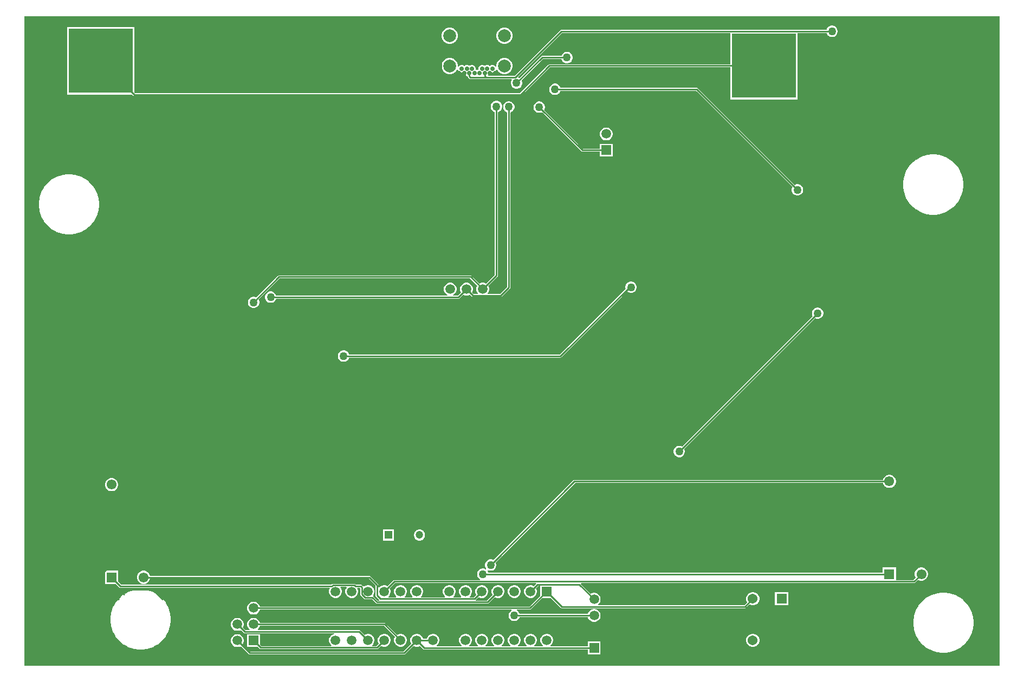
<source format=gbl>
G04*
G04 #@! TF.GenerationSoftware,Altium Limited,Altium Designer,22.11.1 (43)*
G04*
G04 Layer_Physical_Order=2*
G04 Layer_Color=16711680*
%FSLAX25Y25*%
%MOIN*%
G70*
G04*
G04 #@! TF.SameCoordinates,C3DCF227-2B7A-40B4-8179-D348CCFE8E73*
G04*
G04*
G04 #@! TF.FilePolarity,Positive*
G04*
G01*
G75*
%ADD10C,0.01000*%
%ADD31R,0.05906X0.05906*%
%ADD55C,0.06063*%
%ADD56R,0.06063X0.06063*%
G04:AMPARAMS|DCode=58|XSize=94.49mil|YSize=196.85mil|CornerRadius=47.24mil|HoleSize=0mil|Usage=FLASHONLY|Rotation=0.000|XOffset=0mil|YOffset=0mil|HoleType=Round|Shape=RoundedRectangle|*
%AMROUNDEDRECTD58*
21,1,0.09449,0.10236,0,0,0.0*
21,1,0.00000,0.19685,0,0,0.0*
1,1,0.09449,0.00000,-0.05118*
1,1,0.09449,0.00000,-0.05118*
1,1,0.09449,0.00000,0.05118*
1,1,0.09449,0.00000,0.05118*
%
%ADD58ROUNDEDRECTD58*%
%ADD59C,0.06102*%
%ADD60R,0.06102X0.06102*%
%ADD64C,0.05906*%
%ADD65C,0.02756*%
%ADD66C,0.07913*%
%ADD67R,0.05906X0.05906*%
%ADD68R,0.39370X0.39370*%
%ADD69R,0.04724X0.04724*%
%ADD70C,0.04724*%
%ADD71C,0.05000*%
G36*
X700000Y100000D02*
X100000D01*
Y500000D01*
X700000D01*
Y100000D01*
D02*
G37*
%LPC*%
G36*
X395964Y492996D02*
X394659D01*
X393398Y492658D01*
X392268Y492006D01*
X391345Y491083D01*
X390692Y489953D01*
X390354Y488692D01*
Y487387D01*
X390692Y486126D01*
X391345Y484996D01*
X392268Y484073D01*
X393398Y483421D01*
X394659Y483083D01*
X395964D01*
X397224Y483421D01*
X398355Y484073D01*
X399277Y484996D01*
X399930Y486126D01*
X400268Y487387D01*
Y488692D01*
X399930Y489953D01*
X399277Y491083D01*
X398355Y492006D01*
X397224Y492658D01*
X395964Y492996D01*
D02*
G37*
G36*
X362342D02*
X361036D01*
X359776Y492658D01*
X358646Y492006D01*
X357723Y491083D01*
X357070Y489953D01*
X356732Y488692D01*
Y487387D01*
X357070Y486126D01*
X357723Y484996D01*
X358646Y484073D01*
X359776Y483421D01*
X361036Y483083D01*
X362342D01*
X363602Y483421D01*
X364733Y484073D01*
X365655Y484996D01*
X366308Y486126D01*
X366646Y487387D01*
Y488692D01*
X366308Y489953D01*
X365655Y491083D01*
X364733Y492006D01*
X363602Y492658D01*
X362342Y492996D01*
D02*
G37*
G36*
X597361Y494200D02*
X596439D01*
X595549Y493961D01*
X594751Y493501D01*
X594099Y492849D01*
X593639Y492051D01*
X593521Y491611D01*
X430468D01*
X430119Y491542D01*
X429824Y491344D01*
X401695Y463216D01*
X385567D01*
X385312Y463716D01*
X385602Y464417D01*
Y465363D01*
X385588Y465398D01*
X386146Y465630D01*
X386374Y465858D01*
X386602Y465630D01*
X387476Y465268D01*
X388422D01*
X389296Y465630D01*
X389965Y466299D01*
X390318Y467152D01*
X390416Y467190D01*
X390827Y467271D01*
X391345Y466374D01*
X392268Y465451D01*
X393398Y464798D01*
X394659Y464461D01*
X395964D01*
X397224Y464798D01*
X398355Y465451D01*
X399277Y466374D01*
X399930Y467504D01*
X400268Y468765D01*
Y470070D01*
X399930Y471330D01*
X399277Y472461D01*
X398355Y473384D01*
X397224Y474036D01*
X395964Y474374D01*
X394659D01*
X393398Y474036D01*
X392268Y473384D01*
X391345Y472461D01*
X390692Y471330D01*
X390354Y470070D01*
Y469259D01*
X389855Y469103D01*
X389296Y469662D01*
X388422Y470023D01*
X387476D01*
X386602Y469662D01*
X386374Y469434D01*
X386146Y469662D01*
X385272Y470023D01*
X384326D01*
X383452Y469662D01*
X383224Y469434D01*
X382997Y469662D01*
X382123Y470023D01*
X381177D01*
X380303Y469662D01*
X379634Y468993D01*
X379272Y468119D01*
Y467173D01*
X379286Y467137D01*
X378728Y466906D01*
X378500Y466678D01*
X378272Y466906D01*
X377714Y467137D01*
X377728Y467173D01*
Y468119D01*
X377366Y468993D01*
X376697Y469662D01*
X375823Y470023D01*
X374877D01*
X374003Y469662D01*
X373776Y469434D01*
X373548Y469662D01*
X372674Y470023D01*
X371728D01*
X370854Y469662D01*
X370626Y469434D01*
X370398Y469662D01*
X369524Y470023D01*
X368578D01*
X367704Y469662D01*
X367146Y469103D01*
X366646Y469259D01*
Y470070D01*
X366308Y471330D01*
X365655Y472461D01*
X364733Y473384D01*
X363602Y474036D01*
X362342Y474374D01*
X361036D01*
X359776Y474036D01*
X358646Y473384D01*
X357723Y472461D01*
X357070Y471330D01*
X356732Y470070D01*
Y468765D01*
X357070Y467504D01*
X357723Y466374D01*
X358646Y465451D01*
X359776Y464798D01*
X361036Y464461D01*
X362342D01*
X363602Y464798D01*
X364733Y465451D01*
X365655Y466374D01*
X366173Y467271D01*
X366584Y467190D01*
X366682Y467152D01*
X367035Y466299D01*
X367704Y465630D01*
X368578Y465268D01*
X369524D01*
X370398Y465630D01*
X370626Y465858D01*
X370854Y465630D01*
X371412Y465398D01*
X371398Y465363D01*
Y464417D01*
X371760Y463543D01*
X372429Y462874D01*
X372931Y462666D01*
X372934Y462651D01*
X373131Y462356D01*
X373827Y461660D01*
X374122Y461463D01*
X374471Y461394D01*
X399690D01*
X399909Y460894D01*
X399538Y460251D01*
X399300Y459361D01*
Y458439D01*
X399538Y457549D01*
X399999Y456751D01*
X400651Y456099D01*
X401449Y455639D01*
X402339Y455400D01*
X403261D01*
X404151Y455639D01*
X404949Y456099D01*
X405601Y456751D01*
X406062Y457549D01*
X406300Y458439D01*
Y459361D01*
X406062Y460251D01*
X405834Y460645D01*
X418877Y473689D01*
X430421D01*
X430539Y473249D01*
X430999Y472451D01*
X431651Y471799D01*
X432449Y471339D01*
X433339Y471100D01*
X434261D01*
X435151Y471339D01*
X435949Y471799D01*
X436601Y472451D01*
X437062Y473249D01*
X437300Y474139D01*
Y475061D01*
X437062Y475951D01*
X436601Y476749D01*
X435949Y477401D01*
X435151Y477861D01*
X434261Y478100D01*
X433339D01*
X432449Y477861D01*
X431651Y477401D01*
X430999Y476749D01*
X430539Y475951D01*
X430421Y475511D01*
X418500D01*
X418151Y475442D01*
X417856Y475244D01*
X404545Y461934D01*
X404151Y462161D01*
X403898Y462229D01*
X403769Y462712D01*
X430845Y489789D01*
X534315D01*
Y470411D01*
X422900D01*
X422551Y470342D01*
X422256Y470144D01*
X404823Y452711D01*
X168077D01*
X167685Y453104D01*
Y493185D01*
X126315D01*
Y451815D01*
X166396D01*
X167056Y451156D01*
X167351Y450958D01*
X167700Y450889D01*
X405200D01*
X405549Y450958D01*
X405844Y451156D01*
X423277Y468589D01*
X534315D01*
Y448815D01*
X575685D01*
Y489789D01*
X593521D01*
X593639Y489349D01*
X594099Y488551D01*
X594751Y487899D01*
X595549Y487438D01*
X596439Y487200D01*
X597361D01*
X598251Y487438D01*
X599049Y487899D01*
X599701Y488551D01*
X600162Y489349D01*
X600400Y490239D01*
Y491161D01*
X600162Y492051D01*
X599701Y492849D01*
X599049Y493501D01*
X598251Y493961D01*
X597361Y494200D01*
D02*
G37*
G36*
X458520Y431453D02*
X457480D01*
X456474Y431183D01*
X455573Y430663D01*
X454837Y429927D01*
X454317Y429026D01*
X454047Y428020D01*
Y426980D01*
X454317Y425974D01*
X454837Y425073D01*
X455573Y424337D01*
X456474Y423817D01*
X457480Y423547D01*
X458520D01*
X459526Y423817D01*
X460427Y424337D01*
X461163Y425073D01*
X461683Y425974D01*
X461953Y426980D01*
Y428020D01*
X461683Y429026D01*
X461163Y429927D01*
X460427Y430663D01*
X459526Y431183D01*
X458520Y431453D01*
D02*
G37*
G36*
X660259Y414857D02*
X657964D01*
X657898Y414844D01*
X657831Y414849D01*
X655555Y414549D01*
X655492Y414528D01*
X655424Y414523D01*
X653208Y413929D01*
X653147Y413900D01*
X653082Y413886D01*
X650961Y413008D01*
X650905Y412971D01*
X650842Y412949D01*
X648854Y411802D01*
X648804Y411757D01*
X648743Y411728D01*
X646922Y410330D01*
X646878Y410280D01*
X646822Y410243D01*
X645199Y408620D01*
X645162Y408564D01*
X645112Y408520D01*
X643714Y406699D01*
X643685Y406638D01*
X643640Y406588D01*
X642493Y404600D01*
X642471Y404537D01*
X642434Y404481D01*
X641556Y402360D01*
X641542Y402294D01*
X641513Y402234D01*
X640919Y400017D01*
X640914Y399950D01*
X640893Y399887D01*
X640593Y397611D01*
X640598Y397544D01*
X640585Y397478D01*
Y395183D01*
X640598Y395117D01*
X640593Y395050D01*
X640893Y392775D01*
X640914Y392711D01*
X640919Y392644D01*
X641513Y390427D01*
X641542Y390367D01*
X641556Y390301D01*
X642434Y388181D01*
X642471Y388125D01*
X642493Y388061D01*
X643640Y386074D01*
X643685Y386023D01*
X643714Y385963D01*
X645112Y384142D01*
X645162Y384098D01*
X645199Y384042D01*
X646822Y382419D01*
X646878Y382382D01*
X646922Y382331D01*
X648743Y380934D01*
X648804Y380904D01*
X648854Y380860D01*
X650842Y379712D01*
X650905Y379691D01*
X650961Y379653D01*
X653082Y378775D01*
X653147Y378762D01*
X653208Y378732D01*
X655424Y378138D01*
X655492Y378134D01*
X655555Y378112D01*
X657831Y377813D01*
X657898Y377817D01*
X657964Y377804D01*
X660259D01*
X660325Y377817D01*
X660392Y377813D01*
X662667Y378112D01*
X662731Y378134D01*
X662798Y378138D01*
X665015Y378732D01*
X665075Y378762D01*
X665141Y378775D01*
X667261Y379653D01*
X667317Y379691D01*
X667381Y379712D01*
X669368Y380860D01*
X669419Y380904D01*
X669479Y380934D01*
X671300Y382331D01*
X671344Y382382D01*
X671400Y382419D01*
X673023Y384042D01*
X673060Y384098D01*
X673111Y384142D01*
X674508Y385963D01*
X674538Y386023D01*
X674582Y386074D01*
X675730Y388061D01*
X675751Y388125D01*
X675788Y388181D01*
X676667Y390301D01*
X676680Y390367D01*
X676710Y390427D01*
X677304Y392644D01*
X677308Y392711D01*
X677330Y392775D01*
X677629Y395050D01*
X677625Y395117D01*
X677638Y395183D01*
Y397478D01*
X677625Y397544D01*
X677629Y397611D01*
X677330Y399887D01*
X677308Y399950D01*
X677304Y400017D01*
X676710Y402234D01*
X676680Y402294D01*
X676667Y402360D01*
X675788Y404481D01*
X675751Y404537D01*
X675730Y404600D01*
X674582Y406588D01*
X674538Y406638D01*
X674508Y406699D01*
X673111Y408520D01*
X673060Y408564D01*
X673023Y408620D01*
X671400Y410243D01*
X671344Y410280D01*
X671300Y410330D01*
X669479Y411728D01*
X669419Y411757D01*
X669368Y411802D01*
X667381Y412949D01*
X667317Y412971D01*
X667261Y413008D01*
X665141Y413886D01*
X665075Y413900D01*
X665015Y413929D01*
X662798Y414523D01*
X662731Y414528D01*
X662667Y414549D01*
X660392Y414849D01*
X660325Y414844D01*
X660259Y414857D01*
D02*
G37*
G36*
X417161Y447500D02*
X416239D01*
X415349Y447261D01*
X414551Y446801D01*
X413899Y446149D01*
X413439Y445351D01*
X413200Y444461D01*
Y443539D01*
X413439Y442649D01*
X413899Y441851D01*
X414551Y441199D01*
X415349Y440738D01*
X416239Y440500D01*
X417161D01*
X418051Y440738D01*
X418445Y440966D01*
X442556Y416856D01*
X442851Y416658D01*
X443200Y416589D01*
X454047D01*
Y413547D01*
X461953D01*
Y421453D01*
X454047D01*
Y418411D01*
X443577D01*
X419734Y442255D01*
X419962Y442649D01*
X420200Y443539D01*
Y444461D01*
X419962Y445351D01*
X419501Y446149D01*
X418849Y446801D01*
X418051Y447261D01*
X417161Y447500D01*
D02*
G37*
G36*
X128566Y402701D02*
X126271D01*
X126205Y402688D01*
X126138Y402692D01*
X123863Y402392D01*
X123799Y402371D01*
X123732Y402366D01*
X121515Y401772D01*
X121455Y401743D01*
X121389Y401729D01*
X119269Y400851D01*
X119212Y400814D01*
X119149Y400792D01*
X117161Y399645D01*
X117111Y399601D01*
X117051Y399571D01*
X115230Y398174D01*
X115185Y398123D01*
X115129Y398086D01*
X113507Y396463D01*
X113469Y396407D01*
X113419Y396363D01*
X112022Y394542D01*
X111992Y394482D01*
X111948Y394431D01*
X110800Y392444D01*
X110778Y392380D01*
X110741Y392324D01*
X109863Y390204D01*
X109850Y390138D01*
X109820Y390077D01*
X109226Y387861D01*
X109222Y387793D01*
X109200Y387730D01*
X108900Y385455D01*
X108905Y385387D01*
X108892Y385321D01*
Y383027D01*
X108905Y382961D01*
X108900Y382893D01*
X109200Y380618D01*
X109222Y380554D01*
X109226Y380487D01*
X109820Y378271D01*
X109850Y378210D01*
X109863Y378144D01*
X110741Y376024D01*
X110778Y375968D01*
X110800Y375904D01*
X111948Y373917D01*
X111992Y373866D01*
X112022Y373806D01*
X113419Y371985D01*
X113469Y371941D01*
X113507Y371885D01*
X115129Y370262D01*
X115185Y370225D01*
X115230Y370174D01*
X117051Y368777D01*
X117111Y368747D01*
X117161Y368703D01*
X119149Y367556D01*
X119212Y367534D01*
X119269Y367497D01*
X121389Y366618D01*
X121455Y366605D01*
X121515Y366576D01*
X123732Y365982D01*
X123799Y365977D01*
X123863Y365955D01*
X126138Y365656D01*
X126205Y365660D01*
X126271Y365647D01*
X128566D01*
X128632Y365660D01*
X128699Y365656D01*
X130974Y365955D01*
X131038Y365977D01*
X131105Y365982D01*
X133322Y366576D01*
X133382Y366605D01*
X133448Y366618D01*
X135568Y367497D01*
X135624Y367534D01*
X135688Y367556D01*
X137676Y368703D01*
X137726Y368747D01*
X137786Y368777D01*
X139607Y370174D01*
X139652Y370225D01*
X139707Y370262D01*
X141330Y371885D01*
X141368Y371941D01*
X141418Y371985D01*
X142815Y373806D01*
X142845Y373866D01*
X142889Y373917D01*
X144037Y375904D01*
X144058Y375968D01*
X144096Y376024D01*
X144974Y378144D01*
X144987Y378210D01*
X145017Y378271D01*
X145611Y380487D01*
X145615Y380554D01*
X145637Y380618D01*
X145937Y382893D01*
X145932Y382961D01*
X145945Y383027D01*
Y385321D01*
X145932Y385387D01*
X145937Y385455D01*
X145637Y387730D01*
X145615Y387793D01*
X145611Y387861D01*
X145017Y390077D01*
X144987Y390138D01*
X144974Y390204D01*
X144096Y392324D01*
X144058Y392380D01*
X144037Y392444D01*
X142889Y394431D01*
X142845Y394482D01*
X142815Y394542D01*
X141418Y396363D01*
X141368Y396407D01*
X141330Y396463D01*
X139707Y398086D01*
X139652Y398123D01*
X139607Y398174D01*
X137786Y399571D01*
X137726Y399601D01*
X137676Y399645D01*
X135688Y400792D01*
X135624Y400814D01*
X135568Y400851D01*
X133448Y401729D01*
X133382Y401743D01*
X133322Y401772D01*
X131105Y402366D01*
X131038Y402371D01*
X130974Y402392D01*
X128699Y402692D01*
X128632Y402688D01*
X128566Y402701D01*
D02*
G37*
G36*
X426843Y458500D02*
X425921D01*
X425031Y458261D01*
X424233Y457801D01*
X423581Y457149D01*
X423120Y456351D01*
X422882Y455461D01*
Y454539D01*
X423120Y453649D01*
X423581Y452851D01*
X424233Y452199D01*
X425031Y451739D01*
X425921Y451500D01*
X426843D01*
X427733Y451739D01*
X428531Y452199D01*
X429183Y452851D01*
X429643Y453649D01*
X429761Y454089D01*
X513323D01*
X572566Y394845D01*
X572338Y394451D01*
X572100Y393561D01*
Y392639D01*
X572338Y391749D01*
X572799Y390951D01*
X573451Y390299D01*
X574249Y389839D01*
X575139Y389600D01*
X576061D01*
X576951Y389839D01*
X577749Y390299D01*
X578401Y390951D01*
X578862Y391749D01*
X579100Y392639D01*
Y393561D01*
X578862Y394451D01*
X578401Y395249D01*
X577749Y395901D01*
X576951Y396361D01*
X576061Y396600D01*
X575139D01*
X574249Y396361D01*
X573855Y396134D01*
X514344Y455644D01*
X514049Y455842D01*
X513700Y455911D01*
X429761D01*
X429643Y456351D01*
X429183Y457149D01*
X428531Y457801D01*
X427733Y458261D01*
X426843Y458500D01*
D02*
G37*
G36*
X390861Y447900D02*
X389939D01*
X389049Y447661D01*
X388251Y447201D01*
X387599Y446549D01*
X387139Y445751D01*
X386900Y444861D01*
Y443939D01*
X387139Y443049D01*
X387599Y442251D01*
X388251Y441599D01*
X389049Y441139D01*
X389489Y441021D01*
Y340777D01*
X384077Y335365D01*
X383526Y335683D01*
X382520Y335953D01*
X381480D01*
X380474Y335683D01*
X379923Y335365D01*
X375144Y340144D01*
X374849Y340342D01*
X374500Y340411D01*
X256700D01*
X256351Y340342D01*
X256056Y340144D01*
X242745Y326834D01*
X242351Y327062D01*
X241461Y327300D01*
X240539D01*
X239649Y327062D01*
X238851Y326601D01*
X238199Y325949D01*
X237738Y325151D01*
X237500Y324261D01*
Y323339D01*
X237738Y322449D01*
X238199Y321651D01*
X238851Y320999D01*
X239649Y320538D01*
X240539Y320300D01*
X241461D01*
X242351Y320538D01*
X243149Y320999D01*
X243801Y321651D01*
X244262Y322449D01*
X244500Y323339D01*
Y324261D01*
X244262Y325151D01*
X244034Y325545D01*
X257077Y338589D01*
X374123D01*
X378635Y334077D01*
X378317Y333526D01*
X378047Y332520D01*
Y331480D01*
X378317Y330474D01*
X378837Y329573D01*
X378937Y329473D01*
X378746Y329011D01*
X376277D01*
X375365Y329923D01*
X375683Y330474D01*
X375953Y331480D01*
Y332520D01*
X375683Y333526D01*
X375163Y334427D01*
X374427Y335163D01*
X373526Y335683D01*
X372520Y335953D01*
X371480D01*
X370474Y335683D01*
X369573Y335163D01*
X368837Y334427D01*
X368317Y333526D01*
X368047Y332520D01*
Y331480D01*
X368317Y330474D01*
X368635Y329923D01*
X366623Y327911D01*
X363824D01*
X363690Y328411D01*
X364427Y328837D01*
X365163Y329573D01*
X365683Y330474D01*
X365953Y331480D01*
Y332520D01*
X365683Y333526D01*
X365163Y334427D01*
X364427Y335163D01*
X363526Y335683D01*
X362520Y335953D01*
X361480D01*
X360474Y335683D01*
X359573Y335163D01*
X358837Y334427D01*
X358317Y333526D01*
X358047Y332520D01*
Y331480D01*
X358317Y330474D01*
X358837Y329573D01*
X359573Y328837D01*
X360310Y328411D01*
X360176Y327911D01*
X254879D01*
X254762Y328351D01*
X254301Y329149D01*
X253649Y329801D01*
X252851Y330261D01*
X251961Y330500D01*
X251039D01*
X250149Y330261D01*
X249351Y329801D01*
X248699Y329149D01*
X248238Y328351D01*
X248000Y327461D01*
Y326539D01*
X248238Y325649D01*
X248699Y324851D01*
X249351Y324199D01*
X250149Y323739D01*
X251039Y323500D01*
X251961D01*
X252851Y323739D01*
X253649Y324199D01*
X254301Y324851D01*
X254762Y325649D01*
X254879Y326089D01*
X367000D01*
X367349Y326158D01*
X367644Y326356D01*
X369923Y328635D01*
X370474Y328317D01*
X371480Y328047D01*
X372520D01*
X373526Y328317D01*
X374077Y328635D01*
X375256Y327456D01*
X375551Y327258D01*
X375900Y327189D01*
X393000D01*
X393349Y327258D01*
X393644Y327456D01*
X398644Y332456D01*
X398842Y332751D01*
X398911Y333100D01*
Y440821D01*
X399351Y440939D01*
X400149Y441399D01*
X400801Y442051D01*
X401262Y442849D01*
X401500Y443739D01*
Y444661D01*
X401262Y445551D01*
X400801Y446349D01*
X400149Y447001D01*
X399351Y447462D01*
X398461Y447700D01*
X397539D01*
X396649Y447462D01*
X395851Y447001D01*
X395199Y446349D01*
X394739Y445551D01*
X394500Y444661D01*
Y443739D01*
X394739Y442849D01*
X395199Y442051D01*
X395851Y441399D01*
X396649Y440939D01*
X397089Y440821D01*
Y333477D01*
X392623Y329011D01*
X385255D01*
X385063Y329473D01*
X385163Y329573D01*
X385683Y330474D01*
X385953Y331480D01*
Y332520D01*
X385683Y333526D01*
X385365Y334077D01*
X391044Y339756D01*
X391242Y340051D01*
X391311Y340400D01*
Y441021D01*
X391751Y441139D01*
X392549Y441599D01*
X393201Y442251D01*
X393661Y443049D01*
X393900Y443939D01*
Y444861D01*
X393661Y445751D01*
X393201Y446549D01*
X392549Y447201D01*
X391751Y447661D01*
X390861Y447900D01*
D02*
G37*
G36*
X473662Y336599D02*
X472740D01*
X471850Y336361D01*
X471052Y335900D01*
X470400Y335248D01*
X469939Y334450D01*
X469701Y333560D01*
Y332638D01*
X469859Y332048D01*
X429423Y291611D01*
X299779D01*
X299661Y292051D01*
X299201Y292849D01*
X298549Y293501D01*
X297751Y293962D01*
X296861Y294200D01*
X295939D01*
X295049Y293962D01*
X294251Y293501D01*
X293599Y292849D01*
X293139Y292051D01*
X292900Y291161D01*
Y290239D01*
X293139Y289349D01*
X293599Y288551D01*
X294251Y287899D01*
X295049Y287439D01*
X295939Y287200D01*
X296861D01*
X297751Y287439D01*
X298549Y287899D01*
X299201Y288551D01*
X299661Y289349D01*
X299779Y289789D01*
X429800D01*
X430149Y289858D01*
X430444Y290056D01*
X470869Y330481D01*
X471052Y330298D01*
X471850Y329838D01*
X472740Y329599D01*
X473662D01*
X474552Y329838D01*
X475350Y330298D01*
X476002Y330950D01*
X476462Y331748D01*
X476701Y332638D01*
Y333560D01*
X476462Y334450D01*
X476002Y335248D01*
X475350Y335900D01*
X474552Y336361D01*
X473662Y336599D01*
D02*
G37*
G36*
X588461Y320600D02*
X587539D01*
X586649Y320361D01*
X585851Y319901D01*
X585199Y319249D01*
X584738Y318451D01*
X584500Y317561D01*
Y316639D01*
X584738Y315749D01*
X584966Y315355D01*
X504627Y235016D01*
X504233Y235243D01*
X503343Y235482D01*
X502421D01*
X501531Y235243D01*
X500733Y234783D01*
X500081Y234131D01*
X499620Y233333D01*
X499382Y232443D01*
Y231521D01*
X499620Y230631D01*
X500081Y229833D01*
X500733Y229181D01*
X501531Y228720D01*
X502421Y228482D01*
X503343D01*
X504233Y228720D01*
X505031Y229181D01*
X505683Y229833D01*
X506143Y230631D01*
X506382Y231521D01*
Y232443D01*
X506143Y233333D01*
X505916Y233727D01*
X586255Y314066D01*
X586649Y313839D01*
X587539Y313600D01*
X588461D01*
X589351Y313839D01*
X590149Y314299D01*
X590801Y314951D01*
X591261Y315749D01*
X591500Y316639D01*
Y317561D01*
X591261Y318451D01*
X590801Y319249D01*
X590149Y319901D01*
X589351Y320361D01*
X588461Y320600D01*
D02*
G37*
G36*
X632691Y217610D02*
X631624D01*
X630594Y217334D01*
X629670Y216801D01*
X628916Y216047D01*
X628382Y215123D01*
X628208Y214470D01*
X438459D01*
X438110Y214401D01*
X437815Y214204D01*
X388645Y165034D01*
X388251Y165261D01*
X387361Y165500D01*
X386439D01*
X385549Y165261D01*
X384751Y164801D01*
X384099Y164149D01*
X383639Y163351D01*
X383400Y162461D01*
Y161539D01*
X383639Y160649D01*
X384099Y159851D01*
X384131Y159819D01*
X383824Y159419D01*
X383404Y159661D01*
X382514Y159900D01*
X381593D01*
X380702Y159661D01*
X379904Y159201D01*
X379253Y158549D01*
X378792Y157751D01*
X378553Y156861D01*
Y155939D01*
X378792Y155049D01*
X379253Y154251D01*
X379904Y153599D01*
X380403Y153311D01*
X380269Y152811D01*
X327553D01*
X327205Y152742D01*
X326909Y152544D01*
X323435Y149070D01*
X322884Y149388D01*
X321879Y149657D01*
X320838D01*
X319832Y149388D01*
X318931Y148868D01*
X318311Y148248D01*
X317811Y148412D01*
Y149800D01*
X317742Y150149D01*
X317544Y150444D01*
X312872Y155117D01*
X312576Y155314D01*
X312228Y155384D01*
X177292D01*
X177118Y156036D01*
X176584Y156960D01*
X175830Y157714D01*
X174906Y158247D01*
X173876Y158524D01*
X172809D01*
X171779Y158247D01*
X170855Y157714D01*
X170101Y156960D01*
X169567Y156036D01*
X169291Y155006D01*
Y153939D01*
X169567Y152909D01*
X170101Y151985D01*
X170855Y151231D01*
X171779Y150697D01*
X172809Y150421D01*
X173876D01*
X174906Y150697D01*
X175830Y151231D01*
X176584Y151985D01*
X177118Y152909D01*
X177292Y153561D01*
X311850D01*
X315989Y149423D01*
Y143300D01*
X316058Y142951D01*
X316256Y142656D01*
X318248Y140663D01*
X318212Y140435D01*
X318069Y140163D01*
X317231D01*
X314658Y142736D01*
X314524Y143268D01*
X314565Y143354D01*
X315042Y144179D01*
X315311Y145184D01*
Y146225D01*
X315042Y147231D01*
X314521Y148132D01*
X313785Y148868D01*
X312884Y149388D01*
X311879Y149657D01*
X310838D01*
X309833Y149388D01*
X309007Y148912D01*
X308921Y148870D01*
X308390Y149004D01*
X307750Y149644D01*
X307454Y149842D01*
X307105Y149911D01*
X303880D01*
X303596Y150196D01*
X303300Y150393D01*
X302952Y150462D01*
X289765D01*
X289416Y150393D01*
X289121Y150196D01*
X288836Y149911D01*
X159507D01*
X157709Y151710D01*
Y158524D01*
X149606D01*
Y150421D01*
X156420D01*
X158485Y148356D01*
X158781Y148158D01*
X159130Y148089D01*
X287670D01*
X287920Y147656D01*
X287675Y147231D01*
X287405Y146225D01*
Y145184D01*
X287675Y144179D01*
X288195Y143278D01*
X288931Y142542D01*
X289832Y142021D01*
X290838Y141752D01*
X291879D01*
X292884Y142021D01*
X293785Y142542D01*
X294521Y143278D01*
X295042Y144179D01*
X295311Y145184D01*
Y146225D01*
X295042Y147231D01*
X294521Y148132D01*
X294475Y148178D01*
X294666Y148640D01*
X298050D01*
X298241Y148178D01*
X298195Y148132D01*
X297675Y147231D01*
X297406Y146225D01*
Y145184D01*
X297675Y144179D01*
X298195Y143278D01*
X298931Y142542D01*
X299833Y142021D01*
X300838Y141752D01*
X301879D01*
X302884Y142021D01*
X303785Y142542D01*
X304521Y143278D01*
X305042Y144179D01*
X305311Y145184D01*
Y146225D01*
X305042Y147231D01*
X304796Y147656D01*
X305046Y148089D01*
X306364D01*
X306626Y147711D01*
X306658Y147589D01*
X306600Y147298D01*
Y144112D01*
X306670Y143763D01*
X306867Y143467D01*
X309121Y141214D01*
X309416Y141016D01*
X309765Y140947D01*
X312951D01*
X313300Y141016D01*
X313546Y141181D01*
X313636D01*
X316209Y138608D01*
X316505Y138410D01*
X316853Y138341D01*
X384905D01*
X385254Y138410D01*
X385550Y138608D01*
X389282Y142340D01*
X389832Y142021D01*
X390838Y141752D01*
X391879D01*
X392884Y142021D01*
X393785Y142542D01*
X394521Y143278D01*
X395042Y144179D01*
X395311Y145184D01*
Y146225D01*
X395042Y147231D01*
X394521Y148132D01*
X393785Y148868D01*
X392884Y149388D01*
X391879Y149657D01*
X390838D01*
X389832Y149388D01*
X388931Y148868D01*
X388195Y148132D01*
X387675Y147231D01*
X387405Y146225D01*
Y145184D01*
X387675Y144179D01*
X387993Y143628D01*
X384528Y140163D01*
X377784D01*
X377641Y140435D01*
X377605Y140663D01*
X379282Y142340D01*
X379833Y142021D01*
X380838Y141752D01*
X381879D01*
X382884Y142021D01*
X383785Y142542D01*
X384521Y143278D01*
X385042Y144179D01*
X385311Y145184D01*
Y146225D01*
X385042Y147231D01*
X384521Y148132D01*
X383785Y148868D01*
X382884Y149388D01*
X381879Y149657D01*
X380838D01*
X379833Y149388D01*
X378931Y148868D01*
X378195Y148132D01*
X377675Y147231D01*
X377406Y146225D01*
Y145184D01*
X377675Y144179D01*
X377993Y143628D01*
X376528Y142163D01*
X374078D01*
X373907Y142663D01*
X374521Y143278D01*
X375042Y144179D01*
X375311Y145184D01*
Y146225D01*
X375042Y147231D01*
X374521Y148132D01*
X373785Y148868D01*
X372884Y149388D01*
X371879Y149657D01*
X370838D01*
X369832Y149388D01*
X368931Y148868D01*
X368195Y148132D01*
X367675Y147231D01*
X367406Y146225D01*
Y145184D01*
X367675Y144179D01*
X368195Y143278D01*
X368810Y142663D01*
X368638Y142163D01*
X364078D01*
X363907Y142663D01*
X364521Y143278D01*
X365042Y144179D01*
X365311Y145184D01*
Y146225D01*
X365042Y147231D01*
X364521Y148132D01*
X363785Y148868D01*
X362884Y149388D01*
X361879Y149657D01*
X360838D01*
X359833Y149388D01*
X358931Y148868D01*
X358195Y148132D01*
X357675Y147231D01*
X357405Y146225D01*
Y145184D01*
X357675Y144179D01*
X358195Y143278D01*
X358810Y142663D01*
X358638Y142163D01*
X344078D01*
X343907Y142663D01*
X344521Y143278D01*
X345042Y144179D01*
X345311Y145184D01*
Y146225D01*
X345042Y147231D01*
X344521Y148132D01*
X343785Y148868D01*
X342884Y149388D01*
X341879Y149657D01*
X340838D01*
X339832Y149388D01*
X338931Y148868D01*
X338195Y148132D01*
X337675Y147231D01*
X337405Y146225D01*
Y145184D01*
X337675Y144179D01*
X338195Y143278D01*
X338810Y142663D01*
X338638Y142163D01*
X334078D01*
X333907Y142663D01*
X334521Y143278D01*
X335042Y144179D01*
X335311Y145184D01*
Y146225D01*
X335042Y147231D01*
X334521Y148132D01*
X333785Y148868D01*
X332884Y149388D01*
X331879Y149657D01*
X330838D01*
X329833Y149388D01*
X328931Y148868D01*
X328195Y148132D01*
X327675Y147231D01*
X327406Y146225D01*
Y145184D01*
X327675Y144179D01*
X328195Y143278D01*
X328810Y142663D01*
X328638Y142163D01*
X324078D01*
X323907Y142663D01*
X324521Y143278D01*
X325042Y144179D01*
X325311Y145184D01*
Y146225D01*
X325042Y147231D01*
X324724Y147781D01*
X327931Y150989D01*
X414646D01*
X414853Y150489D01*
X413435Y149070D01*
X412884Y149388D01*
X411879Y149657D01*
X410838D01*
X409832Y149388D01*
X408931Y148868D01*
X408195Y148132D01*
X407675Y147231D01*
X407406Y146225D01*
Y145184D01*
X407675Y144179D01*
X408195Y143278D01*
X408931Y142542D01*
X409832Y142021D01*
X410838Y141752D01*
X411879D01*
X412884Y142021D01*
X413785Y142542D01*
X414521Y143278D01*
X415042Y144179D01*
X415311Y145184D01*
Y146225D01*
X415042Y147231D01*
X414723Y147781D01*
X416188Y149246D01*
X417406D01*
Y143041D01*
X410776Y136411D01*
X244848D01*
X244683Y137026D01*
X244163Y137927D01*
X243427Y138663D01*
X242526Y139183D01*
X241520Y139453D01*
X240480D01*
X239474Y139183D01*
X238573Y138663D01*
X237837Y137927D01*
X237317Y137026D01*
X237047Y136020D01*
Y134980D01*
X237317Y133974D01*
X237837Y133073D01*
X238573Y132337D01*
X239474Y131817D01*
X240480Y131547D01*
X241520D01*
X242526Y131817D01*
X243427Y132337D01*
X244163Y133073D01*
X244683Y133974D01*
X244848Y134589D01*
X399574D01*
X399708Y134089D01*
X399209Y133801D01*
X398557Y133149D01*
X398097Y132351D01*
X397858Y131461D01*
Y130539D01*
X398097Y129649D01*
X398557Y128851D01*
X399209Y128199D01*
X400007Y127738D01*
X400897Y127500D01*
X401819D01*
X402709Y127738D01*
X403507Y128199D01*
X404159Y128851D01*
X404620Y129649D01*
X404738Y130089D01*
X446652D01*
X446817Y129474D01*
X447337Y128573D01*
X448073Y127837D01*
X448974Y127317D01*
X449980Y127047D01*
X451020D01*
X452026Y127317D01*
X452927Y127837D01*
X453663Y128573D01*
X454183Y129474D01*
X454453Y130480D01*
Y131520D01*
X454183Y132526D01*
X453663Y133427D01*
X452927Y134163D01*
X452026Y134683D01*
X451020Y134953D01*
X449980D01*
X448974Y134683D01*
X448073Y134163D01*
X447337Y133427D01*
X446817Y132526D01*
X446652Y131911D01*
X404738D01*
X404620Y132351D01*
X404159Y133149D01*
X403507Y133801D01*
X403008Y134089D01*
X403142Y134589D01*
X411153D01*
X411502Y134658D01*
X411798Y134856D01*
X418694Y141752D01*
X424022D01*
X430019Y135756D01*
X430314Y135558D01*
X430663Y135489D01*
X543247D01*
X543595Y135558D01*
X543891Y135756D01*
X546007Y137872D01*
X546586Y137538D01*
X547611Y137264D01*
X548673D01*
X549698Y137538D01*
X550617Y138069D01*
X551368Y138820D01*
X551898Y139739D01*
X552173Y140764D01*
Y141826D01*
X551898Y142851D01*
X551368Y143771D01*
X550617Y144521D01*
X549698Y145052D01*
X548673Y145327D01*
X547611D01*
X546586Y145052D01*
X545666Y144521D01*
X544916Y143771D01*
X544385Y142851D01*
X544110Y141826D01*
Y140764D01*
X544385Y139739D01*
X544719Y139161D01*
X542869Y137311D01*
X453016D01*
X452882Y137811D01*
X452927Y137837D01*
X453663Y138573D01*
X454183Y139474D01*
X454453Y140480D01*
Y141520D01*
X454183Y142526D01*
X453663Y143427D01*
X452927Y144163D01*
X452026Y144683D01*
X451020Y144953D01*
X449980D01*
X448974Y144683D01*
X448423Y144365D01*
X442300Y150489D01*
X442507Y150989D01*
X647270D01*
X647619Y151058D01*
X647914Y151256D01*
X649694Y153035D01*
X650279Y152698D01*
X651309Y152421D01*
X652376D01*
X653406Y152698D01*
X654330Y153231D01*
X655084Y153985D01*
X655618Y154909D01*
X655894Y155939D01*
Y157006D01*
X655618Y158036D01*
X655084Y158960D01*
X654330Y159714D01*
X653406Y160248D01*
X652376Y160524D01*
X651309D01*
X650279Y160248D01*
X649355Y159714D01*
X648601Y158960D01*
X648068Y158036D01*
X647791Y157006D01*
Y155939D01*
X648068Y154909D01*
X648405Y154324D01*
X646893Y152811D01*
X636209D01*
Y160524D01*
X628106D01*
Y157384D01*
X627473D01*
X627472Y157384D01*
X627472Y157384D01*
X385432Y157312D01*
X385315Y157751D01*
X384854Y158549D01*
X384823Y158581D01*
X385129Y158981D01*
X385549Y158739D01*
X386439Y158500D01*
X387361D01*
X388251Y158739D01*
X389049Y159199D01*
X389701Y159851D01*
X390161Y160649D01*
X390400Y161539D01*
Y162461D01*
X390161Y163351D01*
X389934Y163745D01*
X438837Y212648D01*
X628208D01*
X628382Y211996D01*
X628916Y211072D01*
X629670Y210317D01*
X630594Y209784D01*
X631624Y209508D01*
X632691D01*
X633721Y209784D01*
X634645Y210317D01*
X635399Y211072D01*
X635933Y211996D01*
X636209Y213026D01*
Y214092D01*
X635933Y215123D01*
X635399Y216047D01*
X634645Y216801D01*
X633721Y217334D01*
X632691Y217610D01*
D02*
G37*
G36*
X154191Y215610D02*
X153124D01*
X152094Y215334D01*
X151170Y214801D01*
X150416Y214047D01*
X149882Y213123D01*
X149606Y212092D01*
Y211026D01*
X149882Y209995D01*
X150416Y209071D01*
X151170Y208317D01*
X152094Y207784D01*
X153124Y207508D01*
X154191D01*
X155221Y207784D01*
X156145Y208317D01*
X156899Y209071D01*
X157432Y209995D01*
X157709Y211026D01*
Y212092D01*
X157432Y213123D01*
X156899Y214047D01*
X156145Y214801D01*
X155221Y215334D01*
X154191Y215610D01*
D02*
G37*
G36*
X343549Y183862D02*
X342664D01*
X341809Y183633D01*
X341042Y183190D01*
X340416Y182564D01*
X339973Y181798D01*
X339744Y180943D01*
Y180057D01*
X339973Y179202D01*
X340416Y178436D01*
X341042Y177810D01*
X341809Y177367D01*
X342664Y177138D01*
X343549D01*
X344404Y177367D01*
X345171Y177810D01*
X345797Y178436D01*
X346239Y179202D01*
X346469Y180057D01*
Y180943D01*
X346239Y181798D01*
X345797Y182564D01*
X345171Y183190D01*
X344404Y183633D01*
X343549Y183862D01*
D02*
G37*
G36*
X327256D02*
X320532D01*
Y177138D01*
X327256D01*
Y183862D01*
D02*
G37*
G36*
X172648Y147027D02*
X170352D01*
X170287Y147014D01*
X170219Y147018D01*
X167944Y146719D01*
X167880Y146697D01*
X167813Y146692D01*
X165596Y146098D01*
X165536Y146069D01*
X165470Y146056D01*
X163350Y145177D01*
X163294Y145140D01*
X163230Y145118D01*
X161243Y143971D01*
X161192Y143927D01*
X161132Y143897D01*
X159311Y142500D01*
X159267Y142449D01*
X159211Y142412D01*
X157588Y140789D01*
X157551Y140733D01*
X157500Y140689D01*
X156103Y138868D01*
X156073Y138808D01*
X156029Y138757D01*
X154882Y136770D01*
X154860Y136706D01*
X154823Y136650D01*
X153944Y134530D01*
X153931Y134464D01*
X153902Y134403D01*
X153308Y132187D01*
X153303Y132120D01*
X153281Y132056D01*
X152982Y129780D01*
X152986Y129713D01*
X152973Y129648D01*
Y127352D01*
X152986Y127287D01*
X152982Y127219D01*
X153281Y124944D01*
X153303Y124880D01*
X153308Y124813D01*
X153902Y122597D01*
X153931Y122536D01*
X153944Y122470D01*
X154823Y120350D01*
X154860Y120294D01*
X154882Y120230D01*
X156029Y118243D01*
X156073Y118192D01*
X156103Y118132D01*
X157500Y116311D01*
X157551Y116267D01*
X157588Y116211D01*
X159211Y114588D01*
X159267Y114551D01*
X159311Y114500D01*
X161132Y113103D01*
X161192Y113074D01*
X161243Y113029D01*
X163230Y111882D01*
X163294Y111860D01*
X163350Y111823D01*
X165470Y110944D01*
X165536Y110931D01*
X165596Y110901D01*
X167813Y110308D01*
X167880Y110303D01*
X167944Y110282D01*
X170219Y109982D01*
X170287Y109986D01*
X170352Y109973D01*
X172648D01*
X172713Y109986D01*
X172781Y109982D01*
X175056Y110282D01*
X175120Y110303D01*
X175187Y110308D01*
X177403Y110901D01*
X177464Y110931D01*
X177530Y110944D01*
X179650Y111823D01*
X179706Y111860D01*
X179770Y111882D01*
X181757Y113029D01*
X181808Y113074D01*
X181868Y113103D01*
X183689Y114500D01*
X183733Y114551D01*
X183789Y114588D01*
X185412Y116211D01*
X185449Y116267D01*
X185500Y116311D01*
X186897Y118132D01*
X186926Y118192D01*
X186971Y118243D01*
X188118Y120230D01*
X188140Y120294D01*
X188177Y120350D01*
X189056Y122470D01*
X189069Y122536D01*
X189099Y122597D01*
X189692Y124813D01*
X189697Y124880D01*
X189718Y124944D01*
X190018Y127219D01*
X190014Y127287D01*
X190027Y127352D01*
Y129648D01*
X190014Y129713D01*
X190018Y129781D01*
X189718Y132056D01*
X189697Y132120D01*
X189692Y132187D01*
X189099Y134403D01*
X189069Y134464D01*
X189056Y134530D01*
X188177Y136650D01*
X188140Y136706D01*
X188118Y136770D01*
X186971Y138757D01*
X186926Y138808D01*
X186897Y138868D01*
X185500Y140689D01*
X185449Y140733D01*
X185412Y140789D01*
X183789Y142412D01*
X183733Y142449D01*
X183689Y142500D01*
X181868Y143897D01*
X181808Y143927D01*
X181757Y143971D01*
X179770Y145118D01*
X179706Y145140D01*
X179650Y145177D01*
X177530Y146056D01*
X177464Y146069D01*
X177403Y146098D01*
X175187Y146692D01*
X175120Y146697D01*
X175056Y146719D01*
X172781Y147018D01*
X172713Y147014D01*
X172648Y147027D01*
D02*
G37*
G36*
X666550Y145052D02*
X664255D01*
X664189Y145039D01*
X664122Y145044D01*
X661847Y144744D01*
X661783Y144722D01*
X661716Y144718D01*
X659499Y144124D01*
X659439Y144094D01*
X659373Y144081D01*
X657253Y143203D01*
X657197Y143166D01*
X657133Y143144D01*
X655145Y141996D01*
X655095Y141952D01*
X655034Y141922D01*
X653214Y140525D01*
X653169Y140475D01*
X653114Y140437D01*
X651491Y138814D01*
X651453Y138759D01*
X651403Y138714D01*
X650006Y136893D01*
X649976Y136833D01*
X649932Y136783D01*
X648784Y134795D01*
X648763Y134731D01*
X648725Y134676D01*
X647847Y132555D01*
X647834Y132489D01*
X647804Y132429D01*
X647210Y130212D01*
X647206Y130145D01*
X647184Y130081D01*
X646884Y127806D01*
X646889Y127739D01*
X646876Y127673D01*
Y125378D01*
X646889Y125312D01*
X646884Y125245D01*
X647184Y122970D01*
X647206Y122906D01*
X647210Y122839D01*
X647804Y120622D01*
X647834Y120562D01*
X647847Y120496D01*
X648725Y118376D01*
X648763Y118320D01*
X648784Y118256D01*
X649932Y116268D01*
X649976Y116218D01*
X650006Y116157D01*
X651403Y114337D01*
X651453Y114292D01*
X651491Y114236D01*
X653114Y112614D01*
X653169Y112576D01*
X653214Y112526D01*
X655034Y111129D01*
X655095Y111099D01*
X655145Y111055D01*
X657133Y109907D01*
X657197Y109886D01*
X657253Y109848D01*
X659373Y108970D01*
X659439Y108957D01*
X659499Y108927D01*
X661716Y108333D01*
X661783Y108329D01*
X661847Y108307D01*
X664122Y108008D01*
X664189Y108012D01*
X664255Y107999D01*
X666550D01*
X666616Y108012D01*
X666683Y108008D01*
X668958Y108307D01*
X669022Y108329D01*
X669089Y108333D01*
X671306Y108927D01*
X671366Y108957D01*
X671432Y108970D01*
X673553Y109848D01*
X673608Y109886D01*
X673672Y109907D01*
X675660Y111055D01*
X675710Y111099D01*
X675771Y111129D01*
X677591Y112526D01*
X677636Y112576D01*
X677692Y112614D01*
X679314Y114236D01*
X679352Y114293D01*
X679402Y114337D01*
X680799Y116157D01*
X680829Y116218D01*
X680873Y116268D01*
X682021Y118256D01*
X682043Y118320D01*
X682080Y118376D01*
X682958Y120496D01*
X682971Y120562D01*
X683001Y120622D01*
X683595Y122839D01*
X683599Y122906D01*
X683621Y122970D01*
X683921Y125245D01*
X683916Y125312D01*
X683929Y125378D01*
Y127673D01*
X683916Y127739D01*
X683921Y127806D01*
X683621Y130081D01*
X683599Y130145D01*
X683595Y130212D01*
X683001Y132429D01*
X682971Y132489D01*
X682958Y132555D01*
X682080Y134676D01*
X682043Y134731D01*
X682021Y134795D01*
X680873Y136783D01*
X680829Y136833D01*
X680799Y136893D01*
X679402Y138714D01*
X679352Y138759D01*
X679314Y138814D01*
X677692Y140437D01*
X677636Y140475D01*
X677591Y140525D01*
X675771Y141922D01*
X675710Y141952D01*
X675660Y141996D01*
X673672Y143144D01*
X673608Y143166D01*
X673553Y143203D01*
X671432Y144081D01*
X671366Y144094D01*
X671306Y144124D01*
X669089Y144718D01*
X669022Y144722D01*
X668958Y144744D01*
X666683Y145044D01*
X666616Y145039D01*
X666550Y145052D01*
D02*
G37*
G36*
X401879Y149657D02*
X400838D01*
X399833Y149388D01*
X398931Y148868D01*
X398195Y148132D01*
X397675Y147231D01*
X397406Y146225D01*
Y145184D01*
X397675Y144179D01*
X398195Y143278D01*
X398931Y142542D01*
X399833Y142021D01*
X400838Y141752D01*
X401879D01*
X402884Y142021D01*
X403785Y142542D01*
X404521Y143278D01*
X405042Y144179D01*
X405311Y145184D01*
Y146225D01*
X405042Y147231D01*
X404521Y148132D01*
X403785Y148868D01*
X402884Y149388D01*
X401879Y149657D01*
D02*
G37*
G36*
X569890Y145327D02*
X561827D01*
Y137264D01*
X569890D01*
Y145327D01*
D02*
G37*
G36*
X241520Y129453D02*
X240480D01*
X239474Y129183D01*
X238573Y128663D01*
X237837Y127927D01*
X237317Y127026D01*
X237047Y126020D01*
Y124980D01*
X237317Y123974D01*
X237837Y123073D01*
X238499Y122411D01*
X238394Y121911D01*
X235877D01*
X234365Y123423D01*
X234683Y123974D01*
X234953Y124980D01*
Y126020D01*
X234683Y127026D01*
X234163Y127927D01*
X233427Y128663D01*
X232526Y129183D01*
X231520Y129453D01*
X230480D01*
X229474Y129183D01*
X228573Y128663D01*
X227837Y127927D01*
X227317Y127026D01*
X227047Y126020D01*
Y124980D01*
X227317Y123974D01*
X227837Y123073D01*
X228573Y122337D01*
X229474Y121817D01*
X230480Y121547D01*
X231520D01*
X232526Y121817D01*
X233077Y122135D01*
X234856Y120356D01*
X235151Y120158D01*
X235500Y120089D01*
X290515D01*
X290581Y119589D01*
X289832Y119388D01*
X288931Y118868D01*
X288195Y118132D01*
X287675Y117230D01*
X287405Y116225D01*
Y115184D01*
X287675Y114179D01*
X288195Y113278D01*
X288862Y112611D01*
X288764Y112111D01*
X245677D01*
X244953Y112836D01*
Y119453D01*
X237047D01*
Y111547D01*
X243664D01*
X244656Y110556D01*
X244951Y110358D01*
X245300Y110289D01*
X316853D01*
X317202Y110358D01*
X317498Y110556D01*
X319282Y112339D01*
X319832Y112021D01*
X320838Y111752D01*
X321879D01*
X322884Y112021D01*
X323785Y112542D01*
X324521Y113278D01*
X325042Y114179D01*
X325311Y115184D01*
Y116225D01*
X325042Y117230D01*
X324521Y118132D01*
X323785Y118868D01*
X322884Y119388D01*
X321879Y119658D01*
X320838D01*
X319832Y119388D01*
X318931Y118868D01*
X318195Y118132D01*
X317675Y117230D01*
X317406Y116225D01*
Y115184D01*
X317675Y114179D01*
X317993Y113628D01*
X316476Y112111D01*
X313953D01*
X313855Y112611D01*
X314521Y113278D01*
X315042Y114179D01*
X315311Y115184D01*
Y116225D01*
X315042Y117230D01*
X314521Y118132D01*
X313785Y118868D01*
X312884Y119388D01*
X311879Y119658D01*
X310838D01*
X309833Y119388D01*
X309282Y119070D01*
X306707Y121644D01*
X306412Y121842D01*
X306063Y121911D01*
X243606D01*
X243501Y122411D01*
X244163Y123073D01*
X244683Y123974D01*
X244848Y124589D01*
X321186D01*
X327993Y117781D01*
X327675Y117230D01*
X327406Y116225D01*
Y115184D01*
X327675Y114179D01*
X328195Y113278D01*
X328931Y112542D01*
X329833Y112021D01*
X330838Y111752D01*
X331879D01*
X332884Y112021D01*
X333785Y112542D01*
X334521Y113278D01*
X335042Y114179D01*
X335311Y115184D01*
Y116225D01*
X335042Y117230D01*
X334521Y118132D01*
X333785Y118868D01*
X332884Y119388D01*
X331879Y119658D01*
X330838D01*
X329833Y119388D01*
X329282Y119070D01*
X322207Y126144D01*
X321912Y126342D01*
X321563Y126411D01*
X244848D01*
X244683Y127026D01*
X244163Y127927D01*
X243427Y128663D01*
X242526Y129183D01*
X241520Y129453D01*
D02*
G37*
G36*
X421879Y119658D02*
X420838D01*
X419833Y119388D01*
X418931Y118868D01*
X418195Y118132D01*
X417675Y117230D01*
X417406Y116225D01*
Y115184D01*
X417675Y114179D01*
X418195Y113278D01*
X418931Y112542D01*
X419157Y112411D01*
X419023Y111911D01*
X413693D01*
X413559Y112411D01*
X413785Y112542D01*
X414521Y113278D01*
X415042Y114179D01*
X415311Y115184D01*
Y116225D01*
X415042Y117230D01*
X414521Y118132D01*
X413785Y118868D01*
X412884Y119388D01*
X411879Y119658D01*
X410838D01*
X409832Y119388D01*
X408931Y118868D01*
X408195Y118132D01*
X407675Y117230D01*
X407406Y116225D01*
Y115184D01*
X407675Y114179D01*
X408195Y113278D01*
X408931Y112542D01*
X409157Y112411D01*
X409023Y111911D01*
X403693D01*
X403559Y112411D01*
X403785Y112542D01*
X404521Y113278D01*
X405042Y114179D01*
X405311Y115184D01*
Y116225D01*
X405042Y117230D01*
X404521Y118132D01*
X403785Y118868D01*
X402884Y119388D01*
X401879Y119658D01*
X400838D01*
X399833Y119388D01*
X398931Y118868D01*
X398195Y118132D01*
X397675Y117230D01*
X397406Y116225D01*
Y115184D01*
X397675Y114179D01*
X398195Y113278D01*
X398931Y112542D01*
X399157Y112411D01*
X399023Y111911D01*
X393693D01*
X393559Y112411D01*
X393785Y112542D01*
X394521Y113278D01*
X395042Y114179D01*
X395311Y115184D01*
Y116225D01*
X395042Y117230D01*
X394521Y118132D01*
X393785Y118868D01*
X392884Y119388D01*
X391879Y119658D01*
X390838D01*
X389832Y119388D01*
X388931Y118868D01*
X388195Y118132D01*
X387675Y117230D01*
X387405Y116225D01*
Y115184D01*
X387675Y114179D01*
X388195Y113278D01*
X388931Y112542D01*
X389157Y112411D01*
X389023Y111911D01*
X383693D01*
X383559Y112411D01*
X383785Y112542D01*
X384521Y113278D01*
X385042Y114179D01*
X385311Y115184D01*
Y116225D01*
X385042Y117230D01*
X384521Y118132D01*
X383785Y118868D01*
X382884Y119388D01*
X381879Y119658D01*
X380838D01*
X379833Y119388D01*
X378931Y118868D01*
X378195Y118132D01*
X377675Y117230D01*
X377406Y116225D01*
Y115184D01*
X377675Y114179D01*
X378195Y113278D01*
X378931Y112542D01*
X379157Y112411D01*
X379023Y111911D01*
X373693D01*
X373559Y112411D01*
X373785Y112542D01*
X374521Y113278D01*
X375042Y114179D01*
X375311Y115184D01*
Y116225D01*
X375042Y117230D01*
X374521Y118132D01*
X373785Y118868D01*
X372884Y119388D01*
X371879Y119658D01*
X370838D01*
X369832Y119388D01*
X368931Y118868D01*
X368195Y118132D01*
X367675Y117230D01*
X367406Y116225D01*
Y115184D01*
X367675Y114179D01*
X368195Y113278D01*
X368931Y112542D01*
X369157Y112411D01*
X369023Y111911D01*
X353693D01*
X353559Y112411D01*
X353785Y112542D01*
X354521Y113278D01*
X355042Y114179D01*
X355311Y115184D01*
Y116225D01*
X355042Y117230D01*
X354521Y118132D01*
X353785Y118868D01*
X352884Y119388D01*
X351879Y119658D01*
X350838D01*
X349833Y119388D01*
X348931Y118868D01*
X348195Y118132D01*
X347675Y117230D01*
X347510Y116616D01*
X345206D01*
X345042Y117230D01*
X344521Y118132D01*
X343785Y118868D01*
X342884Y119388D01*
X341879Y119658D01*
X340838D01*
X339832Y119388D01*
X338931Y118868D01*
X338195Y118132D01*
X337675Y117230D01*
X337405Y116225D01*
Y115184D01*
X337675Y114179D01*
X337993Y113628D01*
X333176Y108811D01*
X238977D01*
X234365Y113423D01*
X234683Y113974D01*
X234953Y114980D01*
Y116020D01*
X234683Y117026D01*
X234163Y117927D01*
X233427Y118663D01*
X232526Y119183D01*
X231520Y119453D01*
X230480D01*
X229474Y119183D01*
X228573Y118663D01*
X227837Y117927D01*
X227317Y117026D01*
X227047Y116020D01*
Y114980D01*
X227317Y113974D01*
X227837Y113073D01*
X228573Y112337D01*
X229474Y111817D01*
X230480Y111547D01*
X231520D01*
X232526Y111817D01*
X233077Y112135D01*
X237956Y107256D01*
X238251Y107058D01*
X238600Y106989D01*
X333553D01*
X333902Y107058D01*
X334198Y107256D01*
X339282Y112339D01*
X339832Y112021D01*
X340838Y111752D01*
X341879D01*
X342884Y112021D01*
X343435Y112339D01*
X345419Y110356D01*
X345714Y110158D01*
X346063Y110089D01*
X446547D01*
Y107047D01*
X454453D01*
Y114953D01*
X446547D01*
Y111911D01*
X423693D01*
X423559Y112411D01*
X423785Y112542D01*
X424521Y113278D01*
X425042Y114179D01*
X425311Y115184D01*
Y116225D01*
X425042Y117230D01*
X424521Y118132D01*
X423785Y118868D01*
X422884Y119388D01*
X421879Y119658D01*
D02*
G37*
G36*
X548673Y119736D02*
X547611D01*
X546586Y119461D01*
X545666Y118931D01*
X544916Y118180D01*
X544385Y117261D01*
X544110Y116235D01*
Y115174D01*
X544385Y114148D01*
X544916Y113229D01*
X545666Y112479D01*
X546586Y111948D01*
X547611Y111673D01*
X548673D01*
X549698Y111948D01*
X550617Y112479D01*
X551368Y113229D01*
X551898Y114148D01*
X552173Y115174D01*
Y116235D01*
X551898Y117261D01*
X551368Y118180D01*
X550617Y118931D01*
X549698Y119461D01*
X548673Y119736D01*
D02*
G37*
%LPD*%
D10*
X153657Y154472D02*
X159130Y149000D01*
X149100Y141586D02*
Y158000D01*
Y141586D02*
X149686Y141000D01*
X157977D01*
X179421Y146601D02*
X185023Y141000D01*
X178698Y146901D02*
X178998Y146601D01*
X225500Y141000D02*
X231000Y135500D01*
X160959Y143982D02*
X161382D01*
X178998Y146601D02*
X179421D01*
X164302Y146901D02*
X178698D01*
X313185Y142092D02*
X314014D01*
X289765Y149551D02*
X302952D01*
X314014Y142092D02*
X316853Y139252D01*
X307745Y147532D02*
Y148360D01*
X307512Y147298D02*
X307745Y147532D01*
X302952Y149551D02*
X303503Y149000D01*
X159130D02*
X289214D01*
X289765Y149551D01*
X307512Y144112D02*
X309765Y141858D01*
X307105Y149000D02*
X307745Y148360D01*
X312951Y141858D02*
X313185Y142092D01*
X303503Y149000D02*
X307105D01*
X309765Y141858D02*
X312951D01*
X307512Y144112D02*
Y147298D01*
X357200Y473000D02*
X359100Y474900D01*
X356200Y472000D02*
X357200Y473000D01*
X374471Y462305D02*
X383920D01*
X418500Y474600D02*
X433800D01*
X402800Y458900D02*
X418500Y474600D01*
X149100Y158000D02*
X150500Y159400D01*
X158572D01*
X163500Y154472D01*
X255000Y473000D02*
X357200D01*
X398000Y474900D02*
X400768Y472132D01*
Y466000D02*
Y472132D01*
X398728Y463960D02*
X400768Y466000D01*
X390453Y463960D02*
X398728D01*
X296400Y290700D02*
X429800D01*
X472199Y333099D01*
X473201D01*
X173342Y154472D02*
X312228D01*
X316900Y149800D01*
Y143300D02*
Y149800D01*
Y143300D02*
X318948Y141252D01*
X376905D01*
X381358Y145705D01*
X321358D02*
X327553Y151900D01*
X647270D01*
X651843Y156473D01*
X411358Y145705D02*
X415811Y150158D01*
X441342D01*
X450500Y141000D01*
X251500Y327000D02*
X367000D01*
X147000Y472500D02*
X167700Y451800D01*
X405200D01*
X422900Y469500D01*
X555000D01*
X373776Y463000D02*
Y464890D01*
Y463000D02*
X374471Y462305D01*
X430468Y490700D02*
X596900D01*
X383224Y463000D02*
Y464890D01*
Y463000D02*
X383920Y462305D01*
X402073D01*
X430468Y490700D01*
X443200Y417500D02*
X458000D01*
X416700Y444000D02*
X443200Y417500D01*
X390400Y340400D02*
Y444400D01*
X382000Y332000D02*
X390400Y340400D01*
X398000Y333100D02*
Y444200D01*
X393000Y328100D02*
X398000Y333100D01*
X375900Y328100D02*
X393000D01*
X372000Y332000D02*
X375900Y328100D01*
X426382Y455000D02*
X513700D01*
X575600Y393100D01*
X231000Y115500D02*
X238600Y107900D01*
X333553D01*
X341358Y115705D01*
X351358D01*
X341358D02*
X346063Y111000D01*
X450500D01*
X231000Y135500D02*
X236000Y130500D01*
X346563D01*
X361358Y115705D01*
X366653Y121000D01*
X450500D01*
X141059Y184000D02*
X185941D01*
X450500Y121000D02*
X463600Y107900D01*
X558054D01*
X565858Y115705D01*
X619559Y186000D02*
X664441D01*
X367476Y464890D02*
X367666Y464700D01*
X370436D01*
X370626Y464890D01*
X366487Y463900D02*
X367476Y464890D01*
X358300Y463900D02*
X366487D01*
X356200Y466000D02*
X358300Y463900D01*
X356200Y466000D02*
Y472000D01*
X359100Y474900D02*
X398000D01*
X389524Y464890D02*
X390453Y463960D01*
X389334Y464700D02*
X389524Y464890D01*
X386564Y464700D02*
X389334D01*
X386374Y464890D02*
X386564Y464700D01*
X502882Y231982D02*
X588000Y317100D01*
X386900Y162000D02*
X438459Y213559D01*
X632158D01*
X316853Y139252D02*
X384905D01*
X391358Y145705D01*
X241000Y115500D02*
X245300Y111200D01*
X316853D01*
X321358Y115705D01*
X231000Y125500D02*
X235500Y121000D01*
X306063D01*
X311358Y115705D01*
X382053Y156400D02*
X627473Y156473D01*
X632158D01*
X241000Y135500D02*
X411153D01*
X421358Y145705D01*
X430663Y136400D01*
X543247D01*
X548142Y141295D01*
X241000Y125500D02*
X321563D01*
X331358Y115705D01*
X367000Y327000D02*
X372000Y332000D01*
X241000Y323800D02*
X256700Y339500D01*
X374500D01*
X382000Y332000D01*
X401358Y131000D02*
X450500D01*
D31*
X352000Y332000D02*
D03*
D55*
X548142Y115705D02*
D03*
Y141295D02*
D03*
X565858Y115705D02*
D03*
D56*
Y141295D02*
D03*
D58*
X185941Y184000D02*
D03*
X141059D02*
D03*
X664441Y186000D02*
D03*
X619559D02*
D03*
D59*
X163500Y154472D02*
D03*
X173342D02*
D03*
Y211559D02*
D03*
X153657D02*
D03*
X642000Y156473D02*
D03*
X651843D02*
D03*
Y213559D02*
D03*
X632158D02*
D03*
D60*
X153657Y154472D02*
D03*
X632158Y156473D02*
D03*
D64*
X382000Y332000D02*
D03*
X372000D02*
D03*
X362000D02*
D03*
X458000Y427500D02*
D03*
X231000Y115500D02*
D03*
X241000Y125500D02*
D03*
X231000D02*
D03*
X241000Y135500D02*
D03*
X231000D02*
D03*
X291358Y115705D02*
D03*
X301358D02*
D03*
X311358D02*
D03*
X321358D02*
D03*
X331358D02*
D03*
X341358D02*
D03*
X351358D02*
D03*
X361358D02*
D03*
X371358D02*
D03*
X381358D02*
D03*
X391358D02*
D03*
X401358D02*
D03*
X411358D02*
D03*
X421358D02*
D03*
X291358Y145705D02*
D03*
X301358D02*
D03*
X311358D02*
D03*
X321358D02*
D03*
X331358D02*
D03*
X341358D02*
D03*
X351358D02*
D03*
X361358D02*
D03*
X371358D02*
D03*
X381358D02*
D03*
X391358D02*
D03*
X401358D02*
D03*
X411358D02*
D03*
X450500Y141000D02*
D03*
Y131000D02*
D03*
Y121000D02*
D03*
D65*
X367476Y464890D02*
D03*
X369051Y467646D02*
D03*
X372201D02*
D03*
X373776Y464890D02*
D03*
X375350Y467646D02*
D03*
X376925Y464890D02*
D03*
X380075D02*
D03*
X381650Y467646D02*
D03*
X383224Y464890D02*
D03*
X384799Y467646D02*
D03*
X387949D02*
D03*
X389524Y464890D02*
D03*
X386374D02*
D03*
X370626D02*
D03*
D66*
X395311Y469417D02*
D03*
X361689D02*
D03*
X395311Y488039D02*
D03*
X361689D02*
D03*
D67*
X458000Y417500D02*
D03*
X241000Y115500D02*
D03*
X421358Y145705D02*
D03*
X450500Y111000D02*
D03*
D68*
X648500Y468000D02*
D03*
X255000Y473000D02*
D03*
X147000Y472500D02*
D03*
X555000Y469500D02*
D03*
D69*
X323894Y180500D02*
D03*
D70*
X343106D02*
D03*
D71*
X473201Y333099D02*
D03*
X433800Y474600D02*
D03*
X402800Y458900D02*
D03*
X296400Y290700D02*
D03*
X596900Y490700D02*
D03*
X416700Y444000D02*
D03*
X390400Y444400D02*
D03*
X398000Y444200D02*
D03*
X426382Y455000D02*
D03*
X575600Y393100D02*
D03*
X588000Y317100D02*
D03*
X502882Y231982D02*
D03*
X386900Y162000D02*
D03*
X382053Y156400D02*
D03*
X251500Y327000D02*
D03*
X241000Y323800D02*
D03*
X401358Y131000D02*
D03*
M02*

</source>
